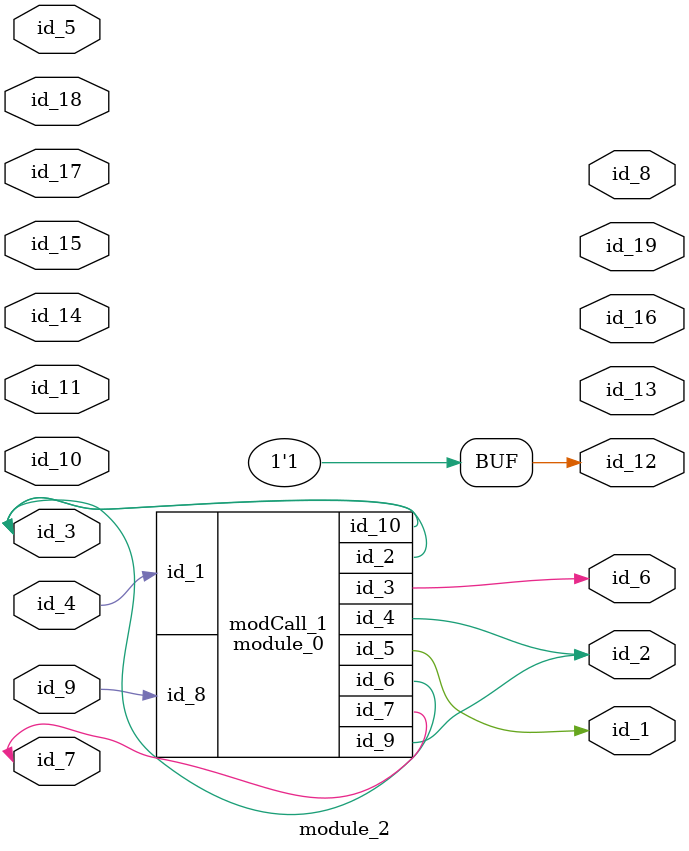
<source format=v>
module module_0 (
    id_1,
    id_2,
    id_3,
    id_4,
    id_5,
    id_6,
    id_7,
    id_8,
    id_9,
    id_10
);
  inout wire id_10;
  output wire id_9;
  input wire id_8;
  output wire id_7;
  output wire id_6;
  output wire id_5;
  output wire id_4;
  output wire id_3;
  inout wire id_2;
  input wire id_1;
  assign id_7 = id_10;
endmodule
module module_1;
  wire id_1;
  wire id_2;
  assign id_2 = id_2;
  module_0 modCall_1 (
      id_2,
      id_1,
      id_1,
      id_2,
      id_2,
      id_1,
      id_2,
      id_2,
      id_2,
      id_2
  );
endmodule
module module_2 (
    id_1,
    id_2,
    id_3,
    id_4,
    id_5,
    id_6,
    id_7,
    id_8,
    id_9,
    id_10,
    id_11,
    id_12,
    id_13,
    id_14,
    id_15,
    id_16,
    id_17,
    id_18,
    id_19
);
  output wire id_19;
  input wire id_18;
  input wire id_17;
  output wire id_16;
  input wire id_15;
  input wire id_14;
  output wire id_13;
  output wire id_12;
  input wire id_11;
  input wire id_10;
  input wire id_9;
  output wire id_8;
  inout wire id_7;
  output wire id_6;
  input wire id_5;
  input wire id_4;
  inout wire id_3;
  output wire id_2;
  output wire id_1;
  module_0 modCall_1 (
      id_4,
      id_3,
      id_6,
      id_2,
      id_1,
      id_3,
      id_7,
      id_9,
      id_2,
      id_3
  );
  assign id_12 = id_14 ? 1 : 1;
endmodule

</source>
